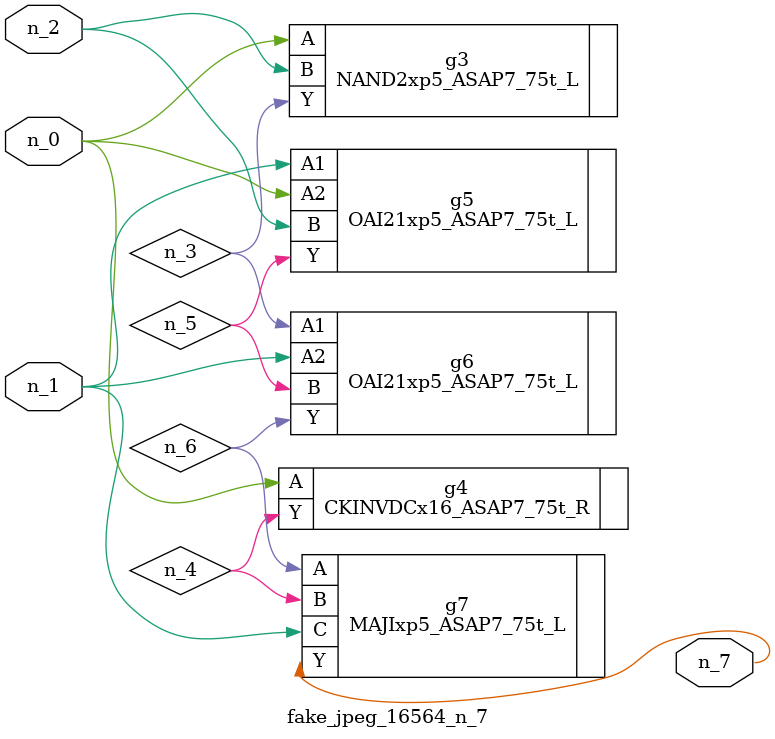
<source format=v>
module fake_jpeg_16564_n_7 (n_0, n_2, n_1, n_7);

input n_0;
input n_2;
input n_1;

output n_7;

wire n_3;
wire n_4;
wire n_6;
wire n_5;

NAND2xp5_ASAP7_75t_L g3 ( 
.A(n_0),
.B(n_2),
.Y(n_3)
);

CKINVDCx16_ASAP7_75t_R g4 ( 
.A(n_0),
.Y(n_4)
);

OAI21xp5_ASAP7_75t_L g5 ( 
.A1(n_1),
.A2(n_0),
.B(n_2),
.Y(n_5)
);

OAI21xp5_ASAP7_75t_L g6 ( 
.A1(n_3),
.A2(n_1),
.B(n_5),
.Y(n_6)
);

MAJIxp5_ASAP7_75t_L g7 ( 
.A(n_6),
.B(n_4),
.C(n_1),
.Y(n_7)
);


endmodule
</source>
